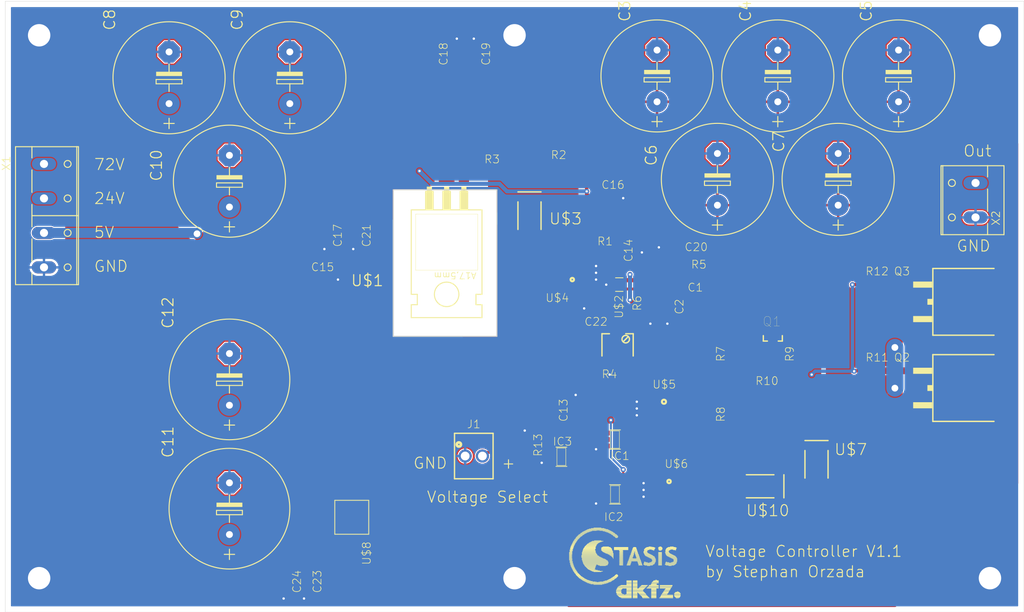
<source format=kicad_pcb>
(kicad_pcb (version 20240108) (generator "pcbnew") (generator_version "8.0")
  (layers (0 "F.Cu" signal) (31 "B.Cu" signal) (34 "B.Paste" user) (35 "F.Paste" user) (36 "B.SilkS" user "B.Silkscreen") (37 "F.SilkS" user "F.Silkscreen") (38 "B.Mask" user) (39 "F.Mask" user) (44 "Edge.Cuts" user))
  (net 0 "")
  (net 1 "N$1")
  (net 2 "N$2")
  (net 3 "N$3")
  (net 4 "N$4")
  (net 5 "N$5")
  (net 6 "70V")
  (net 7 "GND")
  (net 8 "N$7")
  (net 9 "N$8")
  (net 10 "N$9")
  (net 11 "N$10")
  (net 12 "N$12")
  (net 13 "N$14")
  (net 14 "N$15")
  (net 15 "N$17")
  (net 16 "N$18")
  (net 17 "OUT")
  (net 18 "VCC")
  (net 19 "N$20")
  (net 20 "N$21")
  (net 21 "N$22")
  (net 22 "N$11")
  (net 23 "24V")
  (net 24 "N$6")
  (net 25 "N$13")
  (footprint "VoltageControl_V1p1:C0805_334" (layer "F.Cu") (at 119.7411 101.1236)
    (property "Reference" "C15")
    (property "Value" "10nF")
  )
  (footprint "VoltageControl_V1p1:C0805_334" (layer "F.Cu") (at 140.0011 68.2536 90)
    (property "Reference" "C18")
    (property "Value" "10nF")
  )
  (footprint "VoltageControl_V1p1:E7,5-16_334" (layer "F.Cu") (at 196.1511 86.2336 90)
    (property "Reference" "C7")
    (property "Value" "470µF")
  )
  (footprint "VoltageControl_V1p1:R0805_334" (layer "F.Cu") (at 162.4011 97.4136 180)
    (property "Reference" "R1")
    (property "Value" "5")
  )
  (footprint "VoltageControl_V1p1:E7,5-18_334" (layer "F.Cu") (at 106.5211 115.7136 90)
    (property "Reference" "C12")
    (property "Value" "4700µF")
  )
  (footprint "VoltageControl_V1p1:E7,5-18_334" (layer "F.Cu") (at 106.5211 134.7636 90)
    (property "Reference" "C11")
    (property "Value" "4700µF")
  )
  (footprint "VoltageControl_V1p1:R0805_334" (layer "F.Cu") (at 144.6211 85.2336)
    (property "Reference" "R3")
    (property "Value" "5")
  )
  (footprint "VoltageControl_V1p1:R2512_334" (layer "F.Cu") (at 181.4511 110.6336 90)
    (property "Reference" "R7")
    (property "Value" "1k")
  )
  (footprint "VoltageControl_V1p1:R0805_334" (layer "F.Cu") (at 200.7511 114.4436)
    (property "Reference" "R11")
    (property "Value" "5")
  )
  (footprint "VoltageControl_V1p1:R0805_334" (layer "F.Cu") (at 200.7511 101.7436)
    (property "Reference" "R12")
    (property "Value" "5")
  )
  (footprint "VoltageControl_V1p1:691210910002_16280519" (layer "F.Cu") (at 142.5011 127.0036)
    (property "Reference" "J1")
    (property "Value" "")
  )
  (footprint "VoltageControl_V1p1:R0805_334" (layer "F.Cu") (at 168.5211 105.0536 90)
    (property "Reference" "R6")
    (property "Value" "820")
  )
  (footprint "VoltageControl_V1p1:SOIC8" (layer "F.Cu") (at 156.0511 99.2036 90)
    (property "Reference" "U$4")
    (property "Value" "DMT10H015LSS")
  )
  (footprint "VoltageControl_V1p1:C0805_334" (layer "F.Cu") (at 167.2311 99.2036 90)
    (property "Reference" "C14")
    (property "Value" "10nF")
  )
  (footprint "VoltageControl_V1p1:SM-42_43X_331" (layer "F.Cu") (at 163.6711 110.6336)
    (property "Reference" "R4")
    (property "Value" "10k")
  )
  (footprint "VoltageControl_V1p1:R2512_334" (layer "F.Cu") (at 191.6111 110.6336 90)
    (property "Reference" "R9")
    (property "Value" "500")
  )
  (footprint "VoltageControl_V1p1:SOIC8" (layer "F.Cu") (at 172.0711 132.6536 -90)
    (property "Reference" "U$6")
    (property "Value" "DMT10H015LSS")
  )
  (footprint "VoltageControl_V1p1:W237-4P_196" (layer "F.Cu") (at 79.8511 91.5836 -90)
    (property "Reference" "X1")
    (property "Value" "")
  )
  (footprint "VoltageControl_V1p1:SOT23-5_87" (layer "F.Cu") (at 163.2911 124.5736 -90)
    (property "Reference" "IC1")
    (property "Value" "74LVC1G14DBV")
  )
  (footprint "VoltageControl_V1p1:TO-277B" (layer "F.Cu") (at 123.0311 136.0336 -90)
    (property "Reference" "U$8")
    (property "Value" "DST2080S")
  )
  (footprint "VoltageControl_V1p1:E7,5-16_334" (layer "F.Cu") (at 205.0411 70.9936 90)
    (property "Reference" "C5")
    (property "Value" "470µF")
  )
  (footprint "VoltageControl_V1p1:R0805_334" (layer "F.Cu") (at 186.8011 113.9836 180)
    (property "Reference" "R10")
    (property "Value" "47")
  )
  (footprint "VoltageControl_V1p1:TO263_396" (layer "F.Cu") (at 211.9311 104.2836 -90)
    (property "Reference" "Q3")
    (property "Value" "SUM110P08-11L-E3")
  )
  (footprint "VoltageControl_V1p1:E7,5-16_334" (layer "F.Cu") (at 187.2611 70.9936 90)
    (property "Reference" "C4")
    (property "Value" "470µF")
  )
  (footprint "VoltageControl_V1p1:DO-214AA" (layer "F.Cu") (at 150.7011 91.5836 90)
    (property "Reference" "U$3" (hide yes))
    (property "Value" "SMBJ5369B-TP" (hide yes))
  )
  (footprint "VoltageControl_V1p1:TO263_396" (layer "F.Cu") (at 211.9311 116.9836 -90)
    (property "Reference" "Q2")
    (property "Value" "SUM110P08-11L-E3")
  )
  (footprint "VoltageControl_V1p1:TO220BH" (layer "F.Cu") (at 138.5011 92.0036 180)
    (property "Reference" "U$1")
    (property "Value" "SUP60061EL-GE3")
  )
  (footprint "VoltageControl_V1p1:C0805_334" (layer "F.Cu") (at 161.5011 89.0036)
    (property "Reference" "C16")
    (property "Value" "10nF")
  )
  (footprint "VoltageControl_V1p1:C0805_334" (layer "F.Cu") (at 161.0011 105.2536 180)
    (property "Reference" "C22")
    (property "Value" "10nF")
  )
  (footprint "VoltageControl_V1p1:C0805_334" (layer "F.Cu") (at 120.5011 94.0036 -90)
    (property "Reference" "C17")
    (property "Value" "10nF")
  )
  (footprint "VoltageControl_V1p1:C0805_334" (layer "F.Cu") (at 142.5011 68.2536 90)
    (property "Reference" "C19")
    (property "Value" "10nF")
  )
  (footprint "VoltageControl_V1p1:SOIC8" (layer "F.Cu") (at 171.2811 120.9536 -90)
    (property "Reference" "U$5")
    (property "Value" "DMT10H015LSS")
  )
  (footprint "VoltageControl_V1p1:E7,5-16_334" (layer "F.Cu") (at 106.5211 86.5036 90)
    (property "Reference" "C10")
    (property "Value" "470µF")
  )
  (footprint "VoltageControl_V1p1:R0805_334" (layer "F.Cu") (at 150.0011 125.5036 -90)
    (property "Reference" "R13")
    (property "Value" "47k")
  )
  (footprint "VoltageControl_V1p1:C0805_334" (layer "F.Cu") (at 124.7511 94.0036 -90)
    (property "Reference" "C21")
    (property "Value" "10nF")
  )
  (footprint "VoltageControl_V1p1:C1206_334" (layer "F.Cu") (at 114.5011 145.0036 -90)
    (property "Reference" "C24")
    (property "Value" "100nF")
  )
  (footprint "VoltageControl_V1p1:E7,5-16_334" (layer "F.Cu") (at 97.6311 71.2636 90)
    (property "Reference" "C8")
    (property "Value" "470µF")
  )
  (footprint "VoltageControl_V1p1:E7,5-16_334" (layer "F.Cu") (at 178.3711 86.2336 90)
    (property "Reference" "C6")
    (property "Value" "470µF")
  )
  (footprint "VoltageControl_V1p1:C0805_334" (layer "F.Cu") (at 172.0611 99.2036 180)
    (property "Reference" "C1")
    (property "Value" "47p")
  )
  (footprint "VoltageControl_V1p1:SC70-5" (layer "F.Cu") (at 163.9211 101.7436 -90)
    (property "Reference" "U$2")
    (property "Value" "AD8038AKSZ")
  )
  (footprint "VoltageControl_V1p1:R2512_334" (layer "F.Cu") (at 156.3211 85.2336)
    (property "Reference" "R2")
    (property "Value" "500")
  )
  (footprint "VoltageControl_V1p1:SOT23-5_87" (layer "F.Cu") (at 163.2911 132.6536 -90)
    (property "Reference" "IC2")
    (property "Value" "74LVC1G17DBV")
  )
  (footprint "VoltageControl_V1p1:LOGO_STASIS" (layer "F.Cu") (at 165.5011 142.0036)
    (property "Reference" "U$11" (hide yes))
    (property "Value" "" (hide yes))
  )
  (footprint "VoltageControl_V1p1:C0805_334" (layer "F.Cu") (at 170.8111 105.0536 -90)
    (property "Reference" "C2")
    (property "Value" "NP")
  )
  (footprint "VoltageControl_V1p1:E7,5-16_334" (layer "F.Cu") (at 169.4811 70.9936 90)
    (property "Reference" "C3")
    (property "Value" "470µF")
  )
  (footprint "VoltageControl_V1p1:C0805_334" (layer "F.Cu") (at 157.6711 120.7636 90)
    (property "Reference" "C13")
    (property "Value" "10nF")
  )
  (footprint "VoltageControl_V1p1:R0805_334" (layer "F.Cu") (at 172.0611 101.7436)
    (property "Reference" "R5")
    (property "Value" "20k")
  )
  (footprint "VoltageControl_V1p1:E7,5-16_334" (layer "F.Cu") (at 115.4111 71.2636 90)
    (property "Reference" "C9")
    (property "Value" "470µF")
  )
  (footprint "VoltageControl_V1p1:DO-214AA" (layer "F.Cu") (at 192.9611 128.2236 90)
    (property "Reference" "U$7" (hide yes))
    (property "Value" "SMBJ5369B-TP" (hide yes))
  )
  (footprint "VoltageControl_V1p1:LOGO_DKFZ" (layer "F.Cu") (at 163.5011 148.0036)
    (property "Reference" "U$12" (hide yes))
    (property "Value" "" (hide yes))
  )
  (footprint "VoltageControl_V1p1:W237-132_196" (layer "F.Cu") (at 215.7411 89.3036 90)
    (property "Reference" "X2")
    (property "Value" "")
  )
  (footprint "VoltageControl_V1p1:DO-214AA" (layer "F.Cu") (at 184.6611 131.4636)
    (property "Reference" "U$10" (hide yes))
    (property "Value" "Short" (hide yes))
  )
  (footprint "VoltageControl_V1p1:R2512_334" (layer "F.Cu") (at 181.4511 119.5236 90)
    (property "Reference" "R8")
    (property "Value" "4k")
  )
  (footprint "VoltageControl_V1p1:C1206_334" (layer "F.Cu") (at 117.5011 145.0036 -90)
    (property "Reference" "C23")
    (property "Value" "10nF")
  )
  (footprint "VoltageControl_V1p1:C0805_334" (layer "F.Cu") (at 172.0011 96.2536 180)
    (property "Reference" "C20")
    (property "Value" "10nF")
  )
  (footprint "VoltageControl_V1p1:SOT23-5_87" (layer "F.Cu") (at 155.4011 127.1136 -90)
    (property "Reference" "IC3")
    (property "Value" "74LVC1G17DBV")
  )
  (footprint "VoltageControl_V1p1:SOT23-3_536" (layer "F.Cu") (at 186.5311 109.3636 180)
    (property "Reference" "Q1")
    (property "Value" "PMV240SPR")
  )
  (gr_circle (center 171.2511 130.7536) (end 171.5011 130.7536) (stroke (width 0.3048)) (fill none) (layer "F.SilkS"))
  (gr_circle (center 157.0011 101.0036) (end 157.2511 101.0036) (stroke (width 0.3048)) (fill none) (layer "F.SilkS"))
  (gr_circle (center 170.5011 119.0036) (end 170.8011 119.0036) (stroke (width 0.3048)) (fill none) (layer "F.SilkS"))
  (gr_line (start 145.8911 109.3636) (end 145.8911 87.7736) (stroke (width 0.1524)) (layer "Edge.Cuts"))
  (gr_line (start 73.5011 60.0036) (end 73.5011 150.0036) (stroke (width 0.05)) (layer "Edge.Cuts"))
  (gr_line (start 73.5011 150.0036) (end 223.5011 150.0036) (stroke (width 0.05)) (layer "Edge.Cuts"))
  (gr_line (start 130.6511 87.7736) (end 130.6511 109.3636) (stroke (width 0.1524)) (layer "Edge.Cuts"))
  (gr_line (start 130.6511 109.3636) (end 145.8911 109.3636) (stroke (width 0.1524)) (layer "Edge.Cuts"))
  (gr_line (start 223.5011 150.0036) (end 223.5011 60.0036) (stroke (width 0.05)) (layer "Edge.Cuts"))
  (gr_line (start 223.5011 60.0036) (end 73.5011 60.0036) (stroke (width 0.05)) (layer "Edge.Cuts"))
  (gr_line (start 145.8911 87.7736) (end 130.6511 87.7736) (stroke (width 0.1524)) (layer "Edge.Cuts"))
  (gr_text "Out" (at 214.5011 83.0036 0) (layer "F.SilkS") (effects (font (size 1.63576 1.63576) (thickness 0.14224)) (justify left bottom)))
  (gr_text "72V" (at 86.5011 85.0036 0) (layer "F.SilkS") (effects (font (size 1.63576 1.63576) (thickness 0.14224)) (justify left bottom)))
  (gr_text "GND" (at 213.5011 97.0036 0) (layer "F.SilkS") (effects (font (size 1.63576 1.63576) (thickness 0.14224)) (justify left bottom)))
  (gr_text "+" (at 146.5011 129.0036 0) (layer "F.SilkS") (effects (font (size 1.63576 1.63576) (thickness 0.14224)) (justify left bottom)))
  (gr_text "GND" (at 133.5011 129.0036 0) (layer "F.SilkS") (effects (font (size 1.63576 1.63576) (thickness 0.14224)) (justify left bottom)))
  (gr_text "GND" (at 86.5011 100.0036 0) (layer "F.SilkS") (effects (font (size 1.63576 1.63576) (thickness 0.14224)) (justify left bottom)))
  (gr_text "U$3" (at 153.5011 93.0036 0) (layer "F.SilkS") (effects (font (size 1.63576 1.63576) (thickness 0.14224)) (justify left bottom)))
  (gr_text "U$10" (at 182.5011 136.0036 0) (layer "F.SilkS") (effects (font (size 1.63576 1.63576) (thickness 0.14224)) (justify left bottom)))
  (gr_text "24V" (at 86.5011 90.0036 0) (layer "F.SilkS") (effects (font (size 1.63576 1.63576) (thickness 0.14224)) (justify left bottom)))
  (gr_text "5V" (at 86.5011 95.0036 0) (layer "F.SilkS") (effects (font (size 1.63576 1.63576) (thickness 0.14224)) (justify left bottom)))
  (gr_text "Voltage Select" (at 135.5011 134.0036 0) (layer "F.SilkS") (effects (font (size 1.63576 1.63576) (thickness 0.14224)) (justify left bottom)))
  (gr_text "U$7" (at 195.5011 127.0036 0) (layer "F.SilkS") (effects (font (size 1.63576 1.63576) (thickness 0.14224)) (justify left bottom)))
  (gr_text "Voltage Controller V1.1" (at 176.5011 142.0036 0) (layer "F.SilkS") (effects (font (size 1.63576 1.63576) (thickness 0.14224)) (justify left bottom)))
  (gr_text "by Stephan Orzada" (at 176.5011 145.0036 0) (layer "F.SilkS") (effects (font (size 1.63576 1.63576) (thickness 0.14224)) (justify left bottom)))
  (segment (start 163.1011 101.0636) (end 163.0711 101.0936) (width 0.508) (layer "F.Cu") (net 1))
  (segment (start 163.1011 97.6636) (end 163.1011 101.0636) (width 0.508) (layer "F.Cu") (net 1))
  (segment (start 163.3511 97.4136) (end 163.1011 97.6636) (width 0.508) (layer "F.Cu") (net 1))
  (segment (start 161.4511 97.4136) (end 161.3361 97.2986) (width 0.508) (layer "F.Cu") (net 2))
  (segment (start 161.3361 97.2986) (end 158.6511 97.2986) (width 0.508) (layer "F.Cu") (net 2))
  (segment (start 145.5711 85.2336) (end 150.5011 85.2336) (width 1.016) (layer "F.Cu") (net 4))
  (segment (start 150.5011 85.2336) (end 153.5211 85.2336) (width 1.016) (layer "F.Cu") (net 4))
  (segment (start 150.7011 89.6336) (end 150.5011 89.4336) (width 1.016) (layer "F.Cu") (net 4))
  (segment (start 143.6711 85.2336) (end 141.0411 85.6536) (width 1.016) (layer "F.Cu") (net 5))
  (segment (start 159.7411 89.0036) (end 159.1211 88.3836) (width 0.508) (layer "F.Cu") (net 6))
  (segment (start 160.5511 89.0036) (end 159.7411 89.0036) (width 0.508) (layer "F.Cu") (net 6))
  (segment (start 159.1211 85.2336) (end 159.1211 88.0036) (width 0.508) (layer "F.Cu") (net 6))
  (segment (start 159.1211 88.0036) (end 159.1211 88.3836) (width 0.508) (layer "F.Cu") (net 6))
  (segment (start 135.2311 85.7336) (end 135.9611 85.6536) (width 0.508) (layer "F.Cu") (net 6))
  (segment (start 134.5011 85.0036) (end 135.2311 85.7336) (width 0.6096) (layer "F.Cu") (net 6))
  (via (at 159.1211 88.0036) (size 0.7564) (drill 0.35) (layers "F.Cu" "B.Cu") (net 6))
  (via (at 134.5011 85.0036) (size 0.7564) (drill 0.35) (layers "F.Cu" "B.Cu") (net 6))
  (segment (start 147.378337 88.0036) (end 146.259337 86.8846) (width 0.6096) (layer "B.Cu") (net 6))
  (segment (start 146.259337 86.8846) (end 136.3821 86.8846) (width 0.6096) (layer "B.Cu") (net 6))
  (segment (start 159.1211 88.0036) (end 147.378337 88.0036) (width 0.6096) (layer "B.Cu") (net 6))
  (segment (start 136.3821 86.8846) (end 134.5011 85.0036) (width 0.6096) (layer "B.Cu") (net 6))
  (segment (start 142.5011 67.3036) (end 142.5011 65.5036) (width 1.016) (layer "F.Cu") (net 7))
  (segment (start 120.8111 101.0036) (end 122.5011 101.0036) (width 1.016) (layer "F.Cu") (net 7))
  (segment (start 160.3961 101.1086) (end 160.5011 101.0036) (width 0.508) (layer "F.Cu") (net 7))
  (segment (start 162.5011 113.2836) (end 162.5011 115.0036) (width 0.508) (layer "F.Cu") (net 7))
  (segment (start 167.7561 130.7486) (end 167.5011 131.0036) (width 0.508) (layer "F.Cu") (net 7))
  (segment (start 162.0111 101.7436) (end 162.0011 101.7536) (width 0.3048) (layer "F.Cu") (net 7))
  (segment (start 168.6811 120.3186) (end 168.3661 120.0036) (width 0.508) (layer "F.Cu") (net 7))
  (segment (start 169.4711 130.7486) (end 167.7561 130.7486) (width 0.508) (layer "F.Cu") (net 7))
  (segment (start 167.5161 132.0186) (end 167.5011 132.0036) (width 0.508) (layer "F.Cu") (net 7))
  (segment (start 167.2311 97.0236) (end 167.2511 97.0036) (width 0.508) (layer "F.Cu") (net 7))
  (segment (start 161.5211 126.0036) (end 160.5011 126.0036) (width 0.508) (layer "F.Cu") (net 7))
  (segment (start 162.0011 125.5236) (end 161.5211 126.0036) (width 0.508) (layer "F.Cu") (net 7))
  (segment (start 167.0861 121.5886) (end 166.5011 121.0036) (width 0.508) (layer "F.Cu") (net 7))
  (segment (start 170.8111 106.0036) (end 171.0011 106.1936) (width 0.508) (layer "F.Cu") (net 7))
  (segment (start 152.5611 128.0636) (end 152.5011 128.0036) (width 0.508) (layer "F.Cu") (net 7))
  (segment (start 160.0511 105.2536) (end 158.7511 105.2536) (width 0.2) (layer "F.Cu") (net 7))
  (segment (start 120.6911 101.1236) (end 120.8111 101.0036) (width 1.016) (layer "F.Cu") (net 7))
  (segment (start 161.6011 134.0036) (end 160.5011 134.0036) (width 0.508) (layer "F.Cu") (net 7))
  (segment (start 158.6511 98.5686) (end 160.0661 98.5686) (width 0.508) (layer "F.Cu") (net 7))
  (segment (start 150.0011 124.5536) (end 150.0011 123.2536) (width 0.508) (layer "F.Cu") (net 7))
  (segment (start 167.7861 133.2886) (end 167.5011 133.0036) (width 0.508) (layer "F.Cu") (net 7))
  (segment (start 157.6711 119.8136) (end 157.5011 119.6436) (width 0.508) (layer "F.Cu") (net 7))
  (segment (start 124.7511 96.5036) (end 124.7511 94.9536) (width 1.016) (layer "F.Cu") (net 7))
  (segment (start 114.5011 146.4036) (end 114.5011 148.0036) (width 0.508) (layer "F.Cu") (net 7))
  (segment (start 168.6361 119.0036) (end 166.5011 119.0036) (width 0.508) (layer "F.Cu") (net 7))
  (segment (start 168.6811 119.0486) (end 168.6361 119.0036) (width 0.508) (layer "F.Cu") (net 7))
  (segment (start 171.0011 106.1936) (end 171.0011 107.5036) (width 0.508) (layer "F.Cu") (net 7))
  (segment (start 158.6511 99.8386) (end 160.3361 99.8386) (width 0.508) (layer "F.Cu") (net 7))
  (segment (start 158.6511 101.1086) (end 160.3961 101.1086) (width 0.508) (layer "F.Cu") (net 7))
  (segment (start 167.2311 98.2536) (end 167.2311 97.0236) (width 0.508) (layer "F.Cu") (net 7))
  (segment (start 169.4711 133.2886) (end 167.7861 133.2886) (width 0.508) (layer "F.Cu") (net 7))
  (segment (start 160.0661 98.5686) (end 160.5011 99.0036) (width 0.508) (layer "F.Cu") (net 7))
  (segment (start 162.4511 89.0036) (end 164.5011 89.0036) (width 0.508) (layer "F.Cu") (net 7))
  (segment (start 160.3361 99.8386) (end 160.5011 100.0036) (width 0.508) (layer "F.Cu") (net 7))
  (segment (start 169.4711 132.0186) (end 167.5161 132.0186) (width 0.508) (layer "F.Cu") (net 7))
  (segment (start 163.0711 101.7436) (end 162.0111 101.7436) (width 0.3048) (layer "F.Cu") (net 7))
  (segment (start 162.4011 113.1836) (end 162.5011 113.2836) (width 0.508) (layer "F.Cu") (net 7))
  (segment (start 168.6811 121.5886) (end 167.0861 121.5886) (width 0.508) (layer "F.Cu") (net 7))
  (segment (start 154.1111 128.0636) (end 152.5611 128.0636) (width 0.508) (layer "F.Cu") (net 7))
  (segment (start 120.5011 94.9536) (end 120.5011 96.5036) (width 1.016) (layer "F.Cu") (net 7))
  (segment (start 171.0511 96.2536) (end 169.7511 96.2536) (width 1.016) (layer "F.Cu") (net 7))
  (segment (start 157.5011 119.6436) (end 157.5011 118.0036) (width 0.508) (layer "F.Cu") (net 7))
  (segment (start 168.5011 106.0236) (end 168.5011 107.5036) (width 0.508) (layer "F.Cu") (net 7))
  (segment (start 140.0011 67.3036) (end 140.0011 65.5036) (width 1.016) (layer "F.Cu") (net 7))
  (segment (start 117.5011 146.4036) (end 117.5011 148.0036) (width 0.508) (layer "F.Cu") (net 7))
  (segment (start 162.0011 133.6036) (end 161.6011 134.0036) (width 0.508) (layer "F.Cu") (net 7))
  (segment (start 168.3661 120.0036) (end 166.5011 120.0036) (width 0.508) (layer "F.Cu") (net 7))
  (segment (start 168.5211 106.0036) (end 168.5011 106.0236) (width 0.508) (layer "F.Cu") (net 7))
  (via (at 162.5011 115.0036) (size 0.7564) (drill 0.35) (layers "F.Cu" "B.Cu") (net 7))
  (via (at 218.5011 145.0036) (size 3.7064) (drill 3.3) (layers "F.Cu" "B.Cu") (net 7))
  (via (at 166.5011 119.0036) (size 0.7564) (drill 0.35) (layers "F.Cu" "B.Cu") (net 7))
  (via (at 148.5011 145.0036) (size 3.7064) (drill 3.3) (layers "F.Cu" "B.Cu") (net 7))
  (via (at 167.2511 97.0036) (size 0.7564) (drill 0.35) (layers "F.Cu" "B.Cu") (net 7))
  (via (at 166.5011 120.0036) (size 0.7564) (drill 0.35) (layers "F.Cu" "B.Cu") (net 7))
  (via (at 218.5011 65.0036) (size 3.7064) (drill 3.3) (layers "F.Cu" "B.Cu") (net 7))
  (via (at 150.0011 123.2536) (size 0.7564) (drill 0.35) (layers "F.Cu" "B.Cu") (net 7))
  (via (at 169.7511 96.2536) (size 0.7564) (drill 0.35) (layers "F.Cu" "B.Cu") (net 7))
  (via (at 162.0011 101.7536) (size 0.7564) (drill 0.35) (layers "F.Cu" "B.Cu") (net 7))
  (via (at 167.5011 133.0036) (size 0.7564) (drill 0.35) (layers "F.Cu" "B.Cu") (net 7))
  (via (at 167.5011 131.0036) (size 0.7564) (drill 0.35) (layers "F.Cu" "B.Cu") (net 7))
  (via (at 142.5011 65.5036) (size 0.7564) (drill 0.35) (layers "F.Cu" "B.Cu") (net 7))
  (via (at 152.5011 128.0036) (size 0.7564) (drill 0.35) (layers "F.Cu" "B.Cu") (net 7))
  (via (at 160.5011 126.0036) (size 0.7564) (drill 0.35) (layers "F.Cu" "B.Cu") (net 7))
  (via (at 117.5011 148.0036) (size 0.7564) (drill 0.35) (layers "F.Cu" "B.Cu") (net 7))
  (via (at 166.5011 121.0036) (size 0.7564) (drill 0.35) (layers "F.Cu" "B.Cu") (net 7))
  (via (at 124.7511 96.5036) (size 0.7564) (drill 0.35) (layers "F.Cu" "B.Cu") (net 7))
  (via (at 122.5011 101.0036) (size 0.7564) (drill 0.35) (layers "F.Cu" "B.Cu") (net 7))
  (via (at 120.5011 96.5036) (size 0.7564) (drill 0.35) (layers "F.Cu" "B.Cu") (net 7))
  (via (at 160.5011 100.0036) (size 0.7564) (drill 0.35) (layers "F.Cu" "B.Cu") (net 7))
  (via (at 167.5011 132.0036) (size 0.7564) (drill 0.35) (layers "F.Cu" "B.Cu") (net 7))
  (via (at 160.5011 99.0036) (size 0.7564) (drill 0.35) (layers "F.Cu" "B.Cu") (net 7))
  (via (at 158.7511 105.2536) (size 0.7564) (drill 0.35) (layers "F.Cu" "B.Cu") (net 7))
  (via (at 114.5011 148.0036) (size 0.7564) (drill 0.35) (layers "F.Cu" "B.Cu") (net 7))
  (via (at 164.5011 89.0036) (size 0.7564) (drill 0.35) (layers "F.Cu" "B.Cu") (net 7))
  (via (at 157.5011 118.0036) (size 0.7564) (drill 0.35) (layers "F.Cu" "B.Cu") (net 7))
  (via (at 160.5011 101.0036) (size 0.7564) (drill 0.35) (layers "F.Cu" "B.Cu") (net 7))
  (via (at 140.0011 65.5036) (size 0.7564) (drill 0.35) (layers "F.Cu" "B.Cu") (net 7))
  (via (at 168.5011 107.5036) (size 0.7564) (drill 0.35) (layers "F.Cu" "B.Cu") (net 7))
  (via (at 171.0011 107.5036) (size 0.7564) (drill 0.35) (layers "F.Cu" "B.Cu") (net 7))
  (via (at 78.5011 65.0036) (size 3.7064) (drill 3.3) (layers "F.Cu" "B.Cu") (net 7))
  (via (at 78.5011 145.0036) (size 3.7064) (drill 3.3) (layers "F.Cu" "B.Cu") (net 7))
  (via (at 148.5011 65.0036) (size 3.7064) (drill 3.3) (layers "F.Cu" "B.Cu") (net 7))
  (via (at 160.5011 134.0036) (size 0.7564) (drill 0.35) (layers "F.Cu" "B.Cu") (net 7))
  (segment (start 163.6711 108.0836) (end 163.0711 107.4836) (width 0.3048) (layer "F.Cu") (net 8))
  (segment (start 163.0711 105.2536) (end 163.0711 102.3936) (width 0.3048) (layer "F.Cu") (net 8))
  (segment (start 163.0711 107.4836) (end 163.0711 105.2536) (width 0.3048) (layer "F.Cu") (net 8))
  (segment (start 161.9511 105.2536) (end 163.0711 105.2536) (width 0.2) (layer "F.Cu") (net 8))
  (segment (start 171.1111 103.8036) (end 171.1111 101.7436) (width 0.508) (layer "F.Cu") (net 9))
  (segment (start 170.8111 104.1036) (end 168.5211 104.1036) (width 0.508) (layer "F.Cu") (net 9))
  (segment (start 170.8111 104.1036) (end 171.1111 103.8036) (width 0.508) (layer "F.Cu") (net 9))
  (segment (start 168.5211 104.1036) (end 166.8111 102.3936) (width 0.4064) (layer "F.Cu") (net 9))
  (segment (start 171.1111 99.2036) (end 171.1111 101.7436) (width 0.508) (layer "F.Cu") (net 9))
  (segment (start 166.8111 102.3936) (end 164.7711 102.3936) (width 0.4064) (layer "F.Cu") (net 9))
  (segment (start 186.1105 109.7342) (end 186.015368 109.7342) (width 0.254) (layer "F.Cu") (net 10))
  (segment (start 181.4511 113.4336) (end 181.4511 116.7236) (width 1.5) (layer "F.Cu") (net 10))
  (segment (start 186.015368 109.7342) (end 182.315968 113.4336) (width 0.254) (layer "F.Cu") (net 10))
  (segment (start 187.4811 108.3636) (end 186.1105 109.7342) (width 0.254) (layer "F.Cu") (net 10))
  (segment (start 182.315968 113.4336) (end 181.4511 113.4336) (width 0.254) (layer "F.Cu") (net 10))
  (via (at 204.5011 117.0036) (size 1.4064) (drill 1) (layers "F.Cu" "B.Cu") (net 11))
  (via (at 204.5011 111.0036) (size 1.4064) (drill 1) (layers "F.Cu" "B.Cu") (net 11))
  (segment (start 204.5011 117.0036) (end 204.5011 111.0036) (width 2.54) (layer "B.Cu") (net 11))
  (segment (start 191.6111 113.4336) (end 188.3011 113.4336) (width 0.508) (layer "F.Cu") (net 13))
  (segment (start 188.3011 113.4336) (end 187.7511 113.9836) (width 0.508) (layer "F.Cu") (net 13))
  (segment (start 192.2511 115.0036) (end 191.6111 114.3636) (width 0.508) (layer "F.Cu") (net 13))
  (segment (start 199.8011 101.7436) (end 198.2611 101.7436) (width 0.508) (layer "F.Cu") (net 13))
  (segment (start 198.5611 114.4436) (end 198.5011 114.5036) (width 0.508) (layer "F.Cu") (net 13))
  (segment (start 199.8011 114.4436) (end 198.5611 114.4436) (width 0.508) (layer "F.Cu") (net 13))
  (segment (start 191.6111 114.3636) (end 191.6111 113.4336) (width 0.508) (layer "F.Cu") (net 13))
  (segment (start 198.2611 101.7436) (end 198.2511 101.7536) (width 0.508) (layer "F.Cu") (net 13))
  (via (at 198.5011 114.5036) (size 0.7564) (drill 0.35) (layers "F.Cu" "B.Cu") (net 13))
  (via (at 198.2511 101.7536) (size 0.7564) (drill 0.35) (layers "F.Cu" "B.Cu") (net 13))
  (via (at 192.2511 115.0036) (size 0.7564) (drill 0.35) (layers "F.Cu" "B.Cu") (net 13))
  (segment (start 198.2511 114.2536) (end 198.5011 114.5036) (width 0.508) (layer "B.Cu") (net 13))
  (segment (start 198.2511 101.7536) (end 198.2511 114.2536) (width 0.508) (layer "B.Cu") (net 13))
  (segment (start 192.7511 114.5036) (end 192.2511 115.0036) (width 0.508) (layer "B.Cu") (net 13))
  (segment (start 198.5011 114.5036) (end 192.7511 114.5036) (width 0.508) (layer "B.Cu") (net 13))
  (segment (start 185.5311 111.4636) (end 185.5311 113.3036) (width 0.508) (layer "F.Cu") (net 14))
  (segment (start 185.8511 113.6236) (end 185.5311 113.3036) (width 0.3048) (layer "F.Cu") (net 14))
  (segment (start 186.5311 110.4636) (end 185.5311 111.4636) (width 0.508) (layer "F.Cu") (net 14))
  (segment (start 185.8511 113.6236) (end 185.8511 113.9836) (width 0.3048) (layer "F.Cu") (net 14))
  (segment (start 201.7011 114.4436) (end 205.3311 114.4436) (width 1.016) (layer "F.Cu") (net 15))
  (segment (start 205.3311 101.7436) (end 201.7011 101.7436) (width 1.016) (layer "F.Cu") (net 16))
  (segment (start 164.9411 115.5636) (end 164.9411 113.1836) (width 0.6096) (layer "F.Cu") (net 18))
  (segment (start 164.5011 131.6136) (end 164.5911 131.7036) (width 0.3048) (layer "F.Cu") (net 18))
  (segment (start 165.5011 100.2536) (end 165.5011 101.0936) (width 0.6096) (layer "F.Cu") (net 18))
  (segment (start 162.7361 117.7686) (end 164.9411 115.5636) (width 0.6096) (layer "F.Cu") (net 18))
  (segment (start 149.2111 121.7136) (end 157.6711 121.7136) (width 1.5) (layer "F.Cu") (net 18))
  (segment (start 118.7911 101.1236) (end 116.8711 101.1236) (width 1.016) (layer "F.Cu") (net 18))
  (segment (start 164.5011 129.0036) (end 164.5011 131.6136) (width 0.3048) (layer "F.Cu") (net 18))
  (segment (start 157.6711 121.7136) (end 157.6711 125.1936) (width 0.3048) (layer "F.Cu") (net 18))
  (segment (start 101.7511 94.2536) (end 102.5011 95.0036) (width 1.5) (layer "F.Cu") (net 18))
  (segment (start 166.5011 105.0036) (end 165.5011 104.0036) (width 0.6096) (layer "F.Cu") (net 18))
  (segment (start 127.7511 112.0036) (end 139.5011 112.0036) (width 1.5) (layer "F.Cu") (net 18))
  (segment (start 165.5011 101.0936) (end 164.7711 101.0936) (width 0.6096) (layer "F.Cu") (net 18))
  (segment (start 165.1211 113.0036) (end 166.5011 113.0036) (width 0.6096) (layer "F.Cu") (net 18))
  (segment (start 110.7511 95.0036) (end 102.5011 95.0036) (width 1.5) (layer "F.Cu") (net 18))
  (segment (start 139.5011 112.0036) (end 149.2111 121.7136) (width 1.5) (layer "F.Cu") (net 18))
  (segment (start 167.2311 100.1536) (end 166.2911 101.0936) (width 0.6096) (layer "F.Cu") (net 18))
  (segment (start 157.6711 121.7136) (end 162.6811 121.7136) (width 1.016) (layer "F.Cu") (net 18))
  (segment (start 162.7361 121.7686) (end 162.6811 121.7136) (width 0.3048) (layer "F.Cu") (net 18))
  (segment (start 162.7361 117.7686) (end 162.7361 121.7686) (width 0.6096) (layer "F.Cu") (net 18))
  (segment (start 157.6711 125.1936) (end 156.7011 126.1636) (width 0.3048) (layer "F.Cu") (net 18))
  (segment (start 166.2911 101.0936) (end 165.5011 101.0936) (width 0.6096) (layer "F.Cu") (net 18))
  (segment (start 127.7511 112.0036) (end 116.6261 100.8786) (width 1.5) (layer "F.Cu") (net 18))
  (segment (start 166.5011 113.0036) (end 166.5011 105.0036) (width 0.6096) (layer "F.Cu") (net 18))
  (segment (start 116.6261 100.8786) (end 110.7511 95.0036) (width 1.5) (layer "F.Cu") (net 18))
  (segment (start 164.9411 113.1836) (end 165.1211 113.0036) (width 0.6096) (layer "F.Cu") (net 18))
  (segment (start 116.8711 101.1236) (end 116.6261 100.8786) (width 1.016) (layer "F.Cu") (net 18))
  (segment (start 162.7361 121.7686) (end 164.5911 123.6236) (width 0.3048) (layer "F.Cu") (net 18))
  (via (at 165.5011 100.2536) (size 0.7564) (drill 0.35) (layers "F.Cu" "B.Cu") (net 18))
  (via (at 164.5011 129.0036) (size 0.7564) (drill 0.35) (layers "F.Cu" "B.Cu") (net 18))
  (via (at 101.7511 94.2536) (size 1.4064) (drill 1) (layers "F.Cu" "B.Cu") (net 18))
  (via (at 162.6811 121.7136) (size 0.7564) (drill 0.35) (layers "F.Cu" "B.Cu") (net 18))
  (via (at 165.5011 104.0036) (size 0.7564) (drill 0.35) (layers "F.Cu" "B.Cu") (net 18))
  (segment (start 79.2161 94.1236) (end 101.7511 94.1236) (width 1.5) (layer "B.Cu") (net 18))
  (segment (start 162.6811 121.7136) (end 162.6811 127.1836) (width 0.3048) (layer "B.Cu") (net 18))
  (segment (start 162.6811 127.1836) (end 164.5011 129.0036) (width 0.3048) (layer "B.Cu") (net 18))
  (segment (start 101.7511 94.1236) (end 101.7511 94.2536) (width 1.5) (layer "B.Cu") (net 18))
  (segment (start 165.5011 104.0036) (end 165.5011 100.2536) (width 0.6096) (layer "B.Cu") (net 18))
  (segment (start 156.7011 128.0636) (end 160.1911 124.5736) (width 0.508) (layer "F.Cu") (net 19))
  (segment (start 160.1911 124.5736) (end 162.0011 124.5736) (width 0.508) (layer "F.Cu") (net 19))
  (segment (start 161.2911 132.6536) (end 162.0011 132.6536) (width 0.508) (layer "F.Cu") (net 19))
  (segment (start 156.7011 128.0636) (end 161.2911 132.6536) (width 0.508) (layer "F.Cu") (net 19))
  (segment (start 167.6811 122.8586) (end 165.0161 125.5236) (width 0.508) (layer "F.Cu") (net 20))
  (segment (start 165.0161 125.5236) (end 164.5911 125.5236) (width 0.508) (layer "F.Cu") (net 20))
  (segment (start 168.6811 122.8586) (end 167.6811 122.8586) (width 0.508) (layer "F.Cu") (net 20))
  (segment (start 150.0011 126.4536) (end 144.3211 126.4536) (width 0.4064) (layer "F.Cu") (net 21))
  (segment (start 144.3211 126.4536) (end 143.7711 127.0036) (width 0.4064) (layer "F.Cu") (net 21))
  (segment (start 150.0011 127.3336) (end 151.989662 127.3336) (width 0.6096) (layer "F.Cu") (net 21))
  (segment (start 150.0011 126.4536) (end 150.0011 127.3336) (width 0.3048) (layer "F.Cu") (net 21))
  (segment (start 154.0565 127.1682) (end 154.1111 127.1136) (width 0.6096) (layer "F.Cu") (net 21))
  (segment (start 151.989662 127.3336) (end 152.155062 127.1682) (width 0.6096) (layer "F.Cu") (net 21))
  (segment (start 152.155062 127.1682) (end 154.0565 127.1682) (width 0.6096) (layer "F.Cu") (net 21))
  (segment (start 169.4711 134.5586) (end 165.5461 134.5586) (width 0.508) (layer "F.Cu") (net 22))
  (segment (start 165.5461 134.5586) (end 164.5911 133.6036) (width 0.508) (layer "F.Cu") (net 22))
  (zone (net 13) (net_name "N$14") (layer "F.Cu") (priority 6) (connect_pads yes (clearance 0.000001)) (min_thickness 0.1524) (fill yes (thermal_gap 0.5) (thermal_bridge_width 0.5))
    (polygon (pts (xy 190.283922 113.8512) (xy 193.6535 113.8512) (xy 193.6535 116.940281) (xy 200.594337 123.8512) (xy 206.6535 123.8512) (xy 206.6535 125.641051) (xy 204.388551 127.906) (xy 185.3487 127.906) (xy 185.3487 113.6012) (xy 190.033922 113.6012)))
  )
  (zone (net 11) (net_name "N$10") (layer "F.Cu") (priority 4) (connect_pads (clearance 0.000001)) (min_thickness 0.1524) (fill yes (thermal_gap 0.3548) (thermal_bridge_width 0.3548))
    (polygon (pts (xy 214.6535 70.940474) (xy 214.6535 74.066726) (xy 200.6535 88.066726) (xy 200.6535 94.940474) (xy 205.6535 99.940474) (xy 205.6535 123.156) (xy 200.437974 123.156) (xy 194.3487 117.066726) (xy 194.3487 111.066726) (xy 193.437974 110.156) (xy 189.437974 110.156) (xy 188.437974 109.156) (xy 173.437974 109.156) (xy 172.3487 108.066726) (xy 172.3487 94.066726) (xy 158.437974 80.156) (xy 143.564226 80.156) (xy 139.6535 84.066726) (xy 139.6535 87.156) (xy 137.3487 87.156) (xy 137.3487 70.940474) (xy 139.437974 68.8512) (xy 150.437974 68.8512) (xy 155.437974 63.8512) (xy 207.564226 63.8512)))
  )
  (zone (net 7) (net_name "GND") (layer "F.Cu") (priority 6) (connect_pads (clearance 0.000001)) (min_thickness 0.0762) (fill yes (thermal_gap 0.2024) (thermal_bridge_width 0.2024))
    (polygon (pts (xy 88.5773 62.035163) (xy 75.532663 75.0798) (xy 74.4249 75.0798) (xy 74.4249 60.9274) (xy 88.5773 60.9274)))
  )
  (zone (net 7) (net_name "GND") (layer "F.Cu") (priority 6) (connect_pads (clearance 0.000001)) (min_thickness 0.0762) (fill yes (thermal_gap 0.2024) (thermal_bridge_width 0.2024))
    (polygon (pts (xy 222.5773 149.0798) (xy 206.317137 149.0798) (xy 222.5773 132.819637)))
  )
  (zone (net 7) (net_name "GND") (layer "F.Cu") (priority 4) (connect_pads yes (clearance 0.000001)) (min_thickness 0.1016) (fill yes (thermal_gap 0.5) (thermal_bridge_width 0.5))
    (polygon (pts (xy 169.6027 122.1052) (xy 165.3995 122.1052) (xy 165.3995 117.902) (xy 169.6027 117.902)))
  )
  (zone (net 6) (net_name "70V") (layer "F.Cu") (priority 6) (connect_pads yes (clearance 0.000001)) (min_thickness 0.1524) (fill yes (thermal_gap 0.5) (thermal_bridge_width 0.5))
    (polygon (pts (xy 136.6535 63.940474) (xy 136.6535 87.156) (xy 135.564226 87.156) (xy 129.564226 93.156) (xy 100.437974 93.156) (xy 93.437974 86.156) (xy 76.437974 86.156) (xy 75.3487 85.066726) (xy 75.3487 77.940474) (xy 91.437974 61.8512) (xy 134.564226 61.8512)))
  )
  (zone (net 10) (net_name "N$9") (layer "F.Cu") (priority 6) (connect_pads yes (clearance 0.000001)) (min_thickness 0.1) (fill yes (thermal_gap 0.5) (thermal_bridge_width 0.5))
    (polygon (pts (xy 178.8511 111.962179) (xy 179.678884 112.789963) (xy 184.1011 112.789963) (xy 184.1011 117.6036) (xy 175.685638 117.6036) (xy 172.215527 109.6536) (xy 178.8511 109.6536)))
  )
  (zone (net 7) (net_name "GND") (layer "F.Cu") (priority 4) (connect_pads yes (clearance 0.000001)) (min_thickness 0.1016) (fill yes (thermal_gap 0.5) (thermal_bridge_width 0.5))
    (polygon (pts (xy 170.6027 134.1052) (xy 166.3995 134.1052) (xy 166.3995 129.902) (xy 170.6027 129.902)))
  )
  (zone (net 12) (net_name "N$12") (layer "F.Cu") (priority 4) (connect_pads yes (clearance 0.000001)) (min_thickness 0.1524) (fill yes (thermal_gap 0.5) (thermal_bridge_width 0.5))
    (polygon (pts (xy 171.406448 109.313778) (xy 175.35297 118.8512) (xy 184.6535 118.8512) (xy 184.6535 126.156) (xy 167.3487 126.156) (xy 167.3487 123.8512) (xy 170.3487 123.8512) (xy 170.3487 117.156) (xy 167.3487 117.156) (xy 167.3487 109.1012) (xy 171.619026 109.1012)))
  )
  (zone (net 4) (net_name "N$4") (layer "F.Cu") (priority 6) (connect_pads yes (clearance 0.000001)) (min_thickness 0.1524) (fill yes (thermal_gap 0.5) (thermal_bridge_width 0.5))
    (polygon (pts (xy 157.9035 81.940474) (xy 157.9035 90.316726) (xy 157.064226 91.156) (xy 144.5987 91.156) (xy 144.5987 82.190474) (xy 145.937974 80.8512) (xy 156.814226 80.8512)))
  )
  (zone (net 7) (net_name "GND") (layer "F.Cu") (priority 6) (connect_pads (clearance 0.000001)) (min_thickness 0.0762) (fill yes (thermal_gap 0.2024) (thermal_bridge_width 0.2024))
    (polygon (pts (xy 92.5773 147.972037) (xy 92.5773 149.0798) (xy 74.4249 149.0798) (xy 74.4249 131.9274) (xy 76.532663 131.9274)))
  )
  (zone (net 11) (net_name "N$10") (layer "F.Cu") (priority 4) (connect_pads yes (clearance 0.000001)) (min_thickness 0.1) (fill yes (thermal_gap 0.5) (thermal_bridge_width 0.5))
    (polygon (pts (xy 194.1011 109.3536) (xy 189.1511 109.3536) (xy 189.1511 106.4036) (xy 194.1011 106.4036)))
  )
  (zone (net 17) (net_name "OUT") (layer "F.Cu") (priority 6) (connect_pads yes (clearance 0.000001)) (min_thickness 0.1524) (fill yes (thermal_gap 0.5) (thermal_bridge_width 0.5))
    (polygon (pts (xy 222.6535 80.940474) (xy 222.6535 131.066726) (xy 205.564226 148.156) (xy 200.437974 148.156) (xy 193.285574 141.0036) (xy 207.8487 126.440474) (xy 207.8487 99.566726) (xy 202.3487 94.066726) (xy 202.3487 88.940474) (xy 215.187974 76.1012) (xy 217.814226 76.1012)))
  )
  (zone (net 24) (net_name "N$6") (layer "F.Cu") (priority 4) (connect_pads yes (clearance 0.000001)) (min_thickness 0.1524) (fill yes (thermal_gap 0.5) (thermal_bridge_width 0.5))
    (polygon (pts (xy 203.9035 129.316726) (xy 196.064226 137.156) (xy 185.3487 137.156) (xy 185.3487 128.3512) (xy 203.9035 128.3512)))
  )
  (zone (net 11) (net_name "N$10") (layer "F.Cu") (priority 4) (connect_pads yes (clearance 0.000001)) (min_thickness 0.1) (fill yes (thermal_gap 0.5) (thermal_bridge_width 0.5))
    (polygon (pts (xy 183.8511 109.1036) (xy 178.9011 109.1036) (xy 178.9011 106.4036) (xy 183.8511 106.4036)))
  )
  (zone (net 3) (net_name "N$3") (layer "F.Cu") (priority 6) (connect_pads yes (clearance 0.000001)) (min_thickness 0.1524) (fill yes (thermal_gap 0.5) (thermal_bridge_width 0.5))
    (polygon (pts (xy 156.6535 101.190474) (xy 159.9035 104.440474) (xy 159.9035 117.574283) (xy 156.556925 120.406) (xy 150.687974 120.406) (xy 140.8487 110.566726) (xy 140.8487 92.8512) (xy 156.6535 92.8512)))
  )
  (zone (net 11) (net_name "N$10") (layer "F.Cu") (priority 6) (connect_pads yes (clearance 0.000001)) (min_thickness 0.1524) (fill yes (thermal_gap 0.5) (thermal_bridge_width 0.5))
    (polygon (pts (xy 139.6535 87.156) (xy 137.3487 87.156) (xy 137.3487 82.8512) (xy 139.6535 82.8512)))
  )
  (zone (net 25) (net_name "N$13") (layer "F.Cu") (priority 4) (connect_pads yes (clearance 0.000001)) (min_thickness 0.1524) (fill yes (thermal_gap 0.5) (thermal_bridge_width 0.5))
    (polygon (pts (xy 184.6535 137.156) (xy 171.3487 137.156) (xy 171.3487 129.156) (xy 166.3487 129.156) (xy 166.3487 126.8512) (xy 184.6535 126.8512)))
  )
  (zone (net 23) (net_name "24V") (layer "F.Cu") (priority 6) (connect_pads yes (clearance 0.000001)) (min_thickness 0.1524) (fill yes (thermal_gap 0.5) (thermal_bridge_width 0.5))
    (polygon (pts (xy 102.564226 96.8512) (xy 108.564226 96.8512) (xy 122.6535 110.940474) (xy 122.6535 138.066726) (xy 116.564226 144.156) (xy 101.437974 144.156) (xy 96.3487 139.066726) (xy 96.3487 112.066726) (xy 82.3487 98.066726) (xy 82.3487 93.066726) (xy 81.437974 92.156) (xy 77.437974 92.156) (xy 75.3487 90.066726) (xy 75.3487 87.940474) (xy 76.437974 86.8512) (xy 92.564226 86.8512)))
  )
  (zone (net 7) (net_name "GND") (layer "F.Cu") (priority 6) (connect_pads (clearance 0.000001)) (min_thickness 0.0762) (fill yes (thermal_gap 0.2024) (thermal_bridge_width 0.2024))
    (polygon (pts (xy 222.5773 76.0798) (xy 221.469537 76.0798) (xy 208.4249 63.035163) (xy 208.4249 60.9274) (xy 222.5773 60.9274)))
  )
  (zone (net 17) (net_name "OUT") (layer "F.Cu") (priority 4) (connect_pads yes (clearance 0.000001)) (min_thickness 0.254) (fill yes (thermal_gap 0.5) (thermal_bridge_width 0.5))
    (polygon (pts (xy 162.60631 137.7496) (xy 196.39589 137.7496) (xy 199.5011 134.64439) (xy 206.7551 141.89839) (xy 206.7551 147.10881) (xy 204.60631 149.2576) (xy 156.39589 149.2576) (xy 153.2471 146.10881) (xy 153.2471 143.10881) (xy 150.39589 140.2576) (xy 146.60631 140.2576) (xy 143.7551 143.10881) (xy 143.7551 146.10881) (xy 141.60631 148.2576) (xy 127.39589 148.2576) (xy 124.2471 145.10881) (xy 124.2471 113.7496) (xy 138.60631 113.7496)))
  )
  (zone (net 11) (net_name "N$10") (layer "F.Cu") (priority 6) (connect_pads yes (clearance 0.000001)) (min_thickness 0.1524) (fill yes (thermal_gap 0.5) (thermal_bridge_width 0.5))
    (polygon (pts (xy 206.6535 108.156) (xy 202.3487 108.156) (xy 202.3487 105.8512) (xy 206.6535 105.8512)))
  )
  (zone (net 11) (net_name "N$10") (layer "F.Cu") (priority 6) (connect_pads yes (clearance 0.000001)) (min_thickness 0.1524) (fill yes (thermal_gap 0.5) (thermal_bridge_width 0.5))
    (polygon (pts (xy 206.6535 121.156) (xy 202.3487 121.156) (xy 202.3487 117.8512) (xy 206.6535 117.8512)))
  )
  (zone (net 7) (net_name "GND") (layer "B.Cu") (priority 6) (connect_pads (clearance 0.000001)) (min_thickness 0.1524) (fill yes (thermal_gap 0.3548) (thermal_bridge_width 0.3548))
    (polygon (pts (xy 222.6535 149.156) (xy 74.3487 149.156) (xy 74.3487 60.8512) (xy 222.6535 60.8512)))
  )
)
</source>
